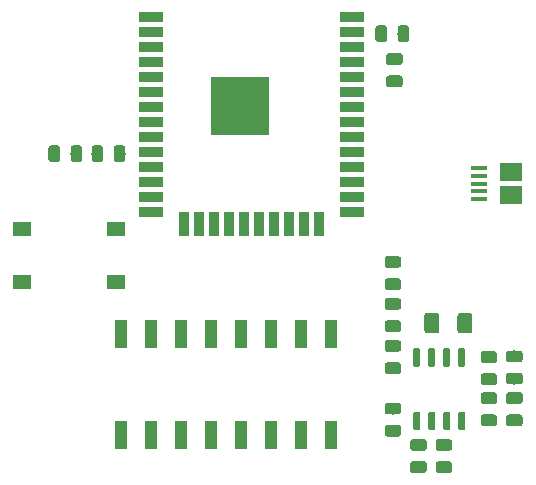
<source format=gtp>
G04 #@! TF.GenerationSoftware,KiCad,Pcbnew,5.0.2-bee76a0~70~ubuntu18.04.1*
G04 #@! TF.CreationDate,2019-03-24T18:51:09+10:00*
G04 #@! TF.ProjectId,esp32_rs232_adapter,65737033-325f-4727-9332-33325f616461,rev?*
G04 #@! TF.SameCoordinates,Original*
G04 #@! TF.FileFunction,Paste,Top*
G04 #@! TF.FilePolarity,Positive*
%FSLAX46Y46*%
G04 Gerber Fmt 4.6, Leading zero omitted, Abs format (unit mm)*
G04 Created by KiCad (PCBNEW 5.0.2-bee76a0~70~ubuntu18.04.1) date Sun 24 Mar 2019 18:51:09 AEST*
%MOMM*%
%LPD*%
G01*
G04 APERTURE LIST*
%ADD10C,0.100000*%
%ADD11C,1.250000*%
%ADD12C,0.975000*%
%ADD13R,1.900000X1.500000*%
%ADD14R,1.350000X0.400000*%
%ADD15R,1.550000X1.300000*%
%ADD16R,5.000000X5.000000*%
%ADD17R,2.000000X0.900000*%
%ADD18R,0.900000X2.000000*%
%ADD19C,0.600000*%
%ADD20R,1.120000X2.440000*%
G04 APERTURE END LIST*
D10*
G04 #@! TO.C,F1*
G36*
X170573504Y-112029204D02*
X170597773Y-112032804D01*
X170621571Y-112038765D01*
X170644671Y-112047030D01*
X170666849Y-112057520D01*
X170687893Y-112070133D01*
X170707598Y-112084747D01*
X170725777Y-112101223D01*
X170742253Y-112119402D01*
X170756867Y-112139107D01*
X170769480Y-112160151D01*
X170779970Y-112182329D01*
X170788235Y-112205429D01*
X170794196Y-112229227D01*
X170797796Y-112253496D01*
X170799000Y-112278000D01*
X170799000Y-113528000D01*
X170797796Y-113552504D01*
X170794196Y-113576773D01*
X170788235Y-113600571D01*
X170779970Y-113623671D01*
X170769480Y-113645849D01*
X170756867Y-113666893D01*
X170742253Y-113686598D01*
X170725777Y-113704777D01*
X170707598Y-113721253D01*
X170687893Y-113735867D01*
X170666849Y-113748480D01*
X170644671Y-113758970D01*
X170621571Y-113767235D01*
X170597773Y-113773196D01*
X170573504Y-113776796D01*
X170549000Y-113778000D01*
X169799000Y-113778000D01*
X169774496Y-113776796D01*
X169750227Y-113773196D01*
X169726429Y-113767235D01*
X169703329Y-113758970D01*
X169681151Y-113748480D01*
X169660107Y-113735867D01*
X169640402Y-113721253D01*
X169622223Y-113704777D01*
X169605747Y-113686598D01*
X169591133Y-113666893D01*
X169578520Y-113645849D01*
X169568030Y-113623671D01*
X169559765Y-113600571D01*
X169553804Y-113576773D01*
X169550204Y-113552504D01*
X169549000Y-113528000D01*
X169549000Y-112278000D01*
X169550204Y-112253496D01*
X169553804Y-112229227D01*
X169559765Y-112205429D01*
X169568030Y-112182329D01*
X169578520Y-112160151D01*
X169591133Y-112139107D01*
X169605747Y-112119402D01*
X169622223Y-112101223D01*
X169640402Y-112084747D01*
X169660107Y-112070133D01*
X169681151Y-112057520D01*
X169703329Y-112047030D01*
X169726429Y-112038765D01*
X169750227Y-112032804D01*
X169774496Y-112029204D01*
X169799000Y-112028000D01*
X170549000Y-112028000D01*
X170573504Y-112029204D01*
X170573504Y-112029204D01*
G37*
D11*
X170174000Y-112903000D03*
D10*
G36*
X173373504Y-112029204D02*
X173397773Y-112032804D01*
X173421571Y-112038765D01*
X173444671Y-112047030D01*
X173466849Y-112057520D01*
X173487893Y-112070133D01*
X173507598Y-112084747D01*
X173525777Y-112101223D01*
X173542253Y-112119402D01*
X173556867Y-112139107D01*
X173569480Y-112160151D01*
X173579970Y-112182329D01*
X173588235Y-112205429D01*
X173594196Y-112229227D01*
X173597796Y-112253496D01*
X173599000Y-112278000D01*
X173599000Y-113528000D01*
X173597796Y-113552504D01*
X173594196Y-113576773D01*
X173588235Y-113600571D01*
X173579970Y-113623671D01*
X173569480Y-113645849D01*
X173556867Y-113666893D01*
X173542253Y-113686598D01*
X173525777Y-113704777D01*
X173507598Y-113721253D01*
X173487893Y-113735867D01*
X173466849Y-113748480D01*
X173444671Y-113758970D01*
X173421571Y-113767235D01*
X173397773Y-113773196D01*
X173373504Y-113776796D01*
X173349000Y-113778000D01*
X172599000Y-113778000D01*
X172574496Y-113776796D01*
X172550227Y-113773196D01*
X172526429Y-113767235D01*
X172503329Y-113758970D01*
X172481151Y-113748480D01*
X172460107Y-113735867D01*
X172440402Y-113721253D01*
X172422223Y-113704777D01*
X172405747Y-113686598D01*
X172391133Y-113666893D01*
X172378520Y-113645849D01*
X172368030Y-113623671D01*
X172359765Y-113600571D01*
X172353804Y-113576773D01*
X172350204Y-113552504D01*
X172349000Y-113528000D01*
X172349000Y-112278000D01*
X172350204Y-112253496D01*
X172353804Y-112229227D01*
X172359765Y-112205429D01*
X172368030Y-112182329D01*
X172378520Y-112160151D01*
X172391133Y-112139107D01*
X172405747Y-112119402D01*
X172422223Y-112101223D01*
X172440402Y-112084747D01*
X172460107Y-112070133D01*
X172481151Y-112057520D01*
X172503329Y-112047030D01*
X172526429Y-112038765D01*
X172550227Y-112032804D01*
X172574496Y-112029204D01*
X172599000Y-112028000D01*
X173349000Y-112028000D01*
X173373504Y-112029204D01*
X173373504Y-112029204D01*
G37*
D11*
X172974000Y-112903000D03*
G04 #@! TD*
D10*
G04 #@! TO.C,C7*
G36*
X169517142Y-124608674D02*
X169540803Y-124612184D01*
X169564007Y-124617996D01*
X169586529Y-124626054D01*
X169608153Y-124636282D01*
X169628670Y-124648579D01*
X169647883Y-124662829D01*
X169665607Y-124678893D01*
X169681671Y-124696617D01*
X169695921Y-124715830D01*
X169708218Y-124736347D01*
X169718446Y-124757971D01*
X169726504Y-124780493D01*
X169732316Y-124803697D01*
X169735826Y-124827358D01*
X169737000Y-124851250D01*
X169737000Y-125338750D01*
X169735826Y-125362642D01*
X169732316Y-125386303D01*
X169726504Y-125409507D01*
X169718446Y-125432029D01*
X169708218Y-125453653D01*
X169695921Y-125474170D01*
X169681671Y-125493383D01*
X169665607Y-125511107D01*
X169647883Y-125527171D01*
X169628670Y-125541421D01*
X169608153Y-125553718D01*
X169586529Y-125563946D01*
X169564007Y-125572004D01*
X169540803Y-125577816D01*
X169517142Y-125581326D01*
X169493250Y-125582500D01*
X168580750Y-125582500D01*
X168556858Y-125581326D01*
X168533197Y-125577816D01*
X168509993Y-125572004D01*
X168487471Y-125563946D01*
X168465847Y-125553718D01*
X168445330Y-125541421D01*
X168426117Y-125527171D01*
X168408393Y-125511107D01*
X168392329Y-125493383D01*
X168378079Y-125474170D01*
X168365782Y-125453653D01*
X168355554Y-125432029D01*
X168347496Y-125409507D01*
X168341684Y-125386303D01*
X168338174Y-125362642D01*
X168337000Y-125338750D01*
X168337000Y-124851250D01*
X168338174Y-124827358D01*
X168341684Y-124803697D01*
X168347496Y-124780493D01*
X168355554Y-124757971D01*
X168365782Y-124736347D01*
X168378079Y-124715830D01*
X168392329Y-124696617D01*
X168408393Y-124678893D01*
X168426117Y-124662829D01*
X168445330Y-124648579D01*
X168465847Y-124636282D01*
X168487471Y-124626054D01*
X168509993Y-124617996D01*
X168533197Y-124612184D01*
X168556858Y-124608674D01*
X168580750Y-124607500D01*
X169493250Y-124607500D01*
X169517142Y-124608674D01*
X169517142Y-124608674D01*
G37*
D12*
X169037000Y-125095000D03*
D10*
G36*
X169517142Y-122733674D02*
X169540803Y-122737184D01*
X169564007Y-122742996D01*
X169586529Y-122751054D01*
X169608153Y-122761282D01*
X169628670Y-122773579D01*
X169647883Y-122787829D01*
X169665607Y-122803893D01*
X169681671Y-122821617D01*
X169695921Y-122840830D01*
X169708218Y-122861347D01*
X169718446Y-122882971D01*
X169726504Y-122905493D01*
X169732316Y-122928697D01*
X169735826Y-122952358D01*
X169737000Y-122976250D01*
X169737000Y-123463750D01*
X169735826Y-123487642D01*
X169732316Y-123511303D01*
X169726504Y-123534507D01*
X169718446Y-123557029D01*
X169708218Y-123578653D01*
X169695921Y-123599170D01*
X169681671Y-123618383D01*
X169665607Y-123636107D01*
X169647883Y-123652171D01*
X169628670Y-123666421D01*
X169608153Y-123678718D01*
X169586529Y-123688946D01*
X169564007Y-123697004D01*
X169540803Y-123702816D01*
X169517142Y-123706326D01*
X169493250Y-123707500D01*
X168580750Y-123707500D01*
X168556858Y-123706326D01*
X168533197Y-123702816D01*
X168509993Y-123697004D01*
X168487471Y-123688946D01*
X168465847Y-123678718D01*
X168445330Y-123666421D01*
X168426117Y-123652171D01*
X168408393Y-123636107D01*
X168392329Y-123618383D01*
X168378079Y-123599170D01*
X168365782Y-123578653D01*
X168355554Y-123557029D01*
X168347496Y-123534507D01*
X168341684Y-123511303D01*
X168338174Y-123487642D01*
X168337000Y-123463750D01*
X168337000Y-122976250D01*
X168338174Y-122952358D01*
X168341684Y-122928697D01*
X168347496Y-122905493D01*
X168355554Y-122882971D01*
X168365782Y-122861347D01*
X168378079Y-122840830D01*
X168392329Y-122821617D01*
X168408393Y-122803893D01*
X168426117Y-122787829D01*
X168445330Y-122773579D01*
X168465847Y-122761282D01*
X168487471Y-122751054D01*
X168509993Y-122742996D01*
X168533197Y-122737184D01*
X168556858Y-122733674D01*
X168580750Y-122732500D01*
X169493250Y-122732500D01*
X169517142Y-122733674D01*
X169517142Y-122733674D01*
G37*
D12*
X169037000Y-123220000D03*
G04 #@! TD*
D10*
G04 #@! TO.C,C8*
G36*
X167358142Y-114351674D02*
X167381803Y-114355184D01*
X167405007Y-114360996D01*
X167427529Y-114369054D01*
X167449153Y-114379282D01*
X167469670Y-114391579D01*
X167488883Y-114405829D01*
X167506607Y-114421893D01*
X167522671Y-114439617D01*
X167536921Y-114458830D01*
X167549218Y-114479347D01*
X167559446Y-114500971D01*
X167567504Y-114523493D01*
X167573316Y-114546697D01*
X167576826Y-114570358D01*
X167578000Y-114594250D01*
X167578000Y-115081750D01*
X167576826Y-115105642D01*
X167573316Y-115129303D01*
X167567504Y-115152507D01*
X167559446Y-115175029D01*
X167549218Y-115196653D01*
X167536921Y-115217170D01*
X167522671Y-115236383D01*
X167506607Y-115254107D01*
X167488883Y-115270171D01*
X167469670Y-115284421D01*
X167449153Y-115296718D01*
X167427529Y-115306946D01*
X167405007Y-115315004D01*
X167381803Y-115320816D01*
X167358142Y-115324326D01*
X167334250Y-115325500D01*
X166421750Y-115325500D01*
X166397858Y-115324326D01*
X166374197Y-115320816D01*
X166350993Y-115315004D01*
X166328471Y-115306946D01*
X166306847Y-115296718D01*
X166286330Y-115284421D01*
X166267117Y-115270171D01*
X166249393Y-115254107D01*
X166233329Y-115236383D01*
X166219079Y-115217170D01*
X166206782Y-115196653D01*
X166196554Y-115175029D01*
X166188496Y-115152507D01*
X166182684Y-115129303D01*
X166179174Y-115105642D01*
X166178000Y-115081750D01*
X166178000Y-114594250D01*
X166179174Y-114570358D01*
X166182684Y-114546697D01*
X166188496Y-114523493D01*
X166196554Y-114500971D01*
X166206782Y-114479347D01*
X166219079Y-114458830D01*
X166233329Y-114439617D01*
X166249393Y-114421893D01*
X166267117Y-114405829D01*
X166286330Y-114391579D01*
X166306847Y-114379282D01*
X166328471Y-114369054D01*
X166350993Y-114360996D01*
X166374197Y-114355184D01*
X166397858Y-114351674D01*
X166421750Y-114350500D01*
X167334250Y-114350500D01*
X167358142Y-114351674D01*
X167358142Y-114351674D01*
G37*
D12*
X166878000Y-114838000D03*
D10*
G36*
X167358142Y-116226674D02*
X167381803Y-116230184D01*
X167405007Y-116235996D01*
X167427529Y-116244054D01*
X167449153Y-116254282D01*
X167469670Y-116266579D01*
X167488883Y-116280829D01*
X167506607Y-116296893D01*
X167522671Y-116314617D01*
X167536921Y-116333830D01*
X167549218Y-116354347D01*
X167559446Y-116375971D01*
X167567504Y-116398493D01*
X167573316Y-116421697D01*
X167576826Y-116445358D01*
X167578000Y-116469250D01*
X167578000Y-116956750D01*
X167576826Y-116980642D01*
X167573316Y-117004303D01*
X167567504Y-117027507D01*
X167559446Y-117050029D01*
X167549218Y-117071653D01*
X167536921Y-117092170D01*
X167522671Y-117111383D01*
X167506607Y-117129107D01*
X167488883Y-117145171D01*
X167469670Y-117159421D01*
X167449153Y-117171718D01*
X167427529Y-117181946D01*
X167405007Y-117190004D01*
X167381803Y-117195816D01*
X167358142Y-117199326D01*
X167334250Y-117200500D01*
X166421750Y-117200500D01*
X166397858Y-117199326D01*
X166374197Y-117195816D01*
X166350993Y-117190004D01*
X166328471Y-117181946D01*
X166306847Y-117171718D01*
X166286330Y-117159421D01*
X166267117Y-117145171D01*
X166249393Y-117129107D01*
X166233329Y-117111383D01*
X166219079Y-117092170D01*
X166206782Y-117071653D01*
X166196554Y-117050029D01*
X166188496Y-117027507D01*
X166182684Y-117004303D01*
X166179174Y-116980642D01*
X166178000Y-116956750D01*
X166178000Y-116469250D01*
X166179174Y-116445358D01*
X166182684Y-116421697D01*
X166188496Y-116398493D01*
X166196554Y-116375971D01*
X166206782Y-116354347D01*
X166219079Y-116333830D01*
X166233329Y-116314617D01*
X166249393Y-116296893D01*
X166267117Y-116280829D01*
X166286330Y-116266579D01*
X166306847Y-116254282D01*
X166328471Y-116244054D01*
X166350993Y-116235996D01*
X166374197Y-116230184D01*
X166397858Y-116226674D01*
X166421750Y-116225500D01*
X167334250Y-116225500D01*
X167358142Y-116226674D01*
X167358142Y-116226674D01*
G37*
D12*
X166878000Y-116713000D03*
G04 #@! TD*
D10*
G04 #@! TO.C,D3*
G36*
X138473642Y-97853174D02*
X138497303Y-97856684D01*
X138520507Y-97862496D01*
X138543029Y-97870554D01*
X138564653Y-97880782D01*
X138585170Y-97893079D01*
X138604383Y-97907329D01*
X138622107Y-97923393D01*
X138638171Y-97941117D01*
X138652421Y-97960330D01*
X138664718Y-97980847D01*
X138674946Y-98002471D01*
X138683004Y-98024993D01*
X138688816Y-98048197D01*
X138692326Y-98071858D01*
X138693500Y-98095750D01*
X138693500Y-99008250D01*
X138692326Y-99032142D01*
X138688816Y-99055803D01*
X138683004Y-99079007D01*
X138674946Y-99101529D01*
X138664718Y-99123153D01*
X138652421Y-99143670D01*
X138638171Y-99162883D01*
X138622107Y-99180607D01*
X138604383Y-99196671D01*
X138585170Y-99210921D01*
X138564653Y-99223218D01*
X138543029Y-99233446D01*
X138520507Y-99241504D01*
X138497303Y-99247316D01*
X138473642Y-99250826D01*
X138449750Y-99252000D01*
X137962250Y-99252000D01*
X137938358Y-99250826D01*
X137914697Y-99247316D01*
X137891493Y-99241504D01*
X137868971Y-99233446D01*
X137847347Y-99223218D01*
X137826830Y-99210921D01*
X137807617Y-99196671D01*
X137789893Y-99180607D01*
X137773829Y-99162883D01*
X137759579Y-99143670D01*
X137747282Y-99123153D01*
X137737054Y-99101529D01*
X137728996Y-99079007D01*
X137723184Y-99055803D01*
X137719674Y-99032142D01*
X137718500Y-99008250D01*
X137718500Y-98095750D01*
X137719674Y-98071858D01*
X137723184Y-98048197D01*
X137728996Y-98024993D01*
X137737054Y-98002471D01*
X137747282Y-97980847D01*
X137759579Y-97960330D01*
X137773829Y-97941117D01*
X137789893Y-97923393D01*
X137807617Y-97907329D01*
X137826830Y-97893079D01*
X137847347Y-97880782D01*
X137868971Y-97870554D01*
X137891493Y-97862496D01*
X137914697Y-97856684D01*
X137938358Y-97853174D01*
X137962250Y-97852000D01*
X138449750Y-97852000D01*
X138473642Y-97853174D01*
X138473642Y-97853174D01*
G37*
D12*
X138206000Y-98552000D03*
D10*
G36*
X140348642Y-97853174D02*
X140372303Y-97856684D01*
X140395507Y-97862496D01*
X140418029Y-97870554D01*
X140439653Y-97880782D01*
X140460170Y-97893079D01*
X140479383Y-97907329D01*
X140497107Y-97923393D01*
X140513171Y-97941117D01*
X140527421Y-97960330D01*
X140539718Y-97980847D01*
X140549946Y-98002471D01*
X140558004Y-98024993D01*
X140563816Y-98048197D01*
X140567326Y-98071858D01*
X140568500Y-98095750D01*
X140568500Y-99008250D01*
X140567326Y-99032142D01*
X140563816Y-99055803D01*
X140558004Y-99079007D01*
X140549946Y-99101529D01*
X140539718Y-99123153D01*
X140527421Y-99143670D01*
X140513171Y-99162883D01*
X140497107Y-99180607D01*
X140479383Y-99196671D01*
X140460170Y-99210921D01*
X140439653Y-99223218D01*
X140418029Y-99233446D01*
X140395507Y-99241504D01*
X140372303Y-99247316D01*
X140348642Y-99250826D01*
X140324750Y-99252000D01*
X139837250Y-99252000D01*
X139813358Y-99250826D01*
X139789697Y-99247316D01*
X139766493Y-99241504D01*
X139743971Y-99233446D01*
X139722347Y-99223218D01*
X139701830Y-99210921D01*
X139682617Y-99196671D01*
X139664893Y-99180607D01*
X139648829Y-99162883D01*
X139634579Y-99143670D01*
X139622282Y-99123153D01*
X139612054Y-99101529D01*
X139603996Y-99079007D01*
X139598184Y-99055803D01*
X139594674Y-99032142D01*
X139593500Y-99008250D01*
X139593500Y-98095750D01*
X139594674Y-98071858D01*
X139598184Y-98048197D01*
X139603996Y-98024993D01*
X139612054Y-98002471D01*
X139622282Y-97980847D01*
X139634579Y-97960330D01*
X139648829Y-97941117D01*
X139664893Y-97923393D01*
X139682617Y-97907329D01*
X139701830Y-97893079D01*
X139722347Y-97880782D01*
X139743971Y-97870554D01*
X139766493Y-97862496D01*
X139789697Y-97856684D01*
X139813358Y-97853174D01*
X139837250Y-97852000D01*
X140324750Y-97852000D01*
X140348642Y-97853174D01*
X140348642Y-97853174D01*
G37*
D12*
X140081000Y-98552000D03*
G04 #@! TD*
D10*
G04 #@! TO.C,D4*
G36*
X167485142Y-90064674D02*
X167508803Y-90068184D01*
X167532007Y-90073996D01*
X167554529Y-90082054D01*
X167576153Y-90092282D01*
X167596670Y-90104579D01*
X167615883Y-90118829D01*
X167633607Y-90134893D01*
X167649671Y-90152617D01*
X167663921Y-90171830D01*
X167676218Y-90192347D01*
X167686446Y-90213971D01*
X167694504Y-90236493D01*
X167700316Y-90259697D01*
X167703826Y-90283358D01*
X167705000Y-90307250D01*
X167705000Y-90794750D01*
X167703826Y-90818642D01*
X167700316Y-90842303D01*
X167694504Y-90865507D01*
X167686446Y-90888029D01*
X167676218Y-90909653D01*
X167663921Y-90930170D01*
X167649671Y-90949383D01*
X167633607Y-90967107D01*
X167615883Y-90983171D01*
X167596670Y-90997421D01*
X167576153Y-91009718D01*
X167554529Y-91019946D01*
X167532007Y-91028004D01*
X167508803Y-91033816D01*
X167485142Y-91037326D01*
X167461250Y-91038500D01*
X166548750Y-91038500D01*
X166524858Y-91037326D01*
X166501197Y-91033816D01*
X166477993Y-91028004D01*
X166455471Y-91019946D01*
X166433847Y-91009718D01*
X166413330Y-90997421D01*
X166394117Y-90983171D01*
X166376393Y-90967107D01*
X166360329Y-90949383D01*
X166346079Y-90930170D01*
X166333782Y-90909653D01*
X166323554Y-90888029D01*
X166315496Y-90865507D01*
X166309684Y-90842303D01*
X166306174Y-90818642D01*
X166305000Y-90794750D01*
X166305000Y-90307250D01*
X166306174Y-90283358D01*
X166309684Y-90259697D01*
X166315496Y-90236493D01*
X166323554Y-90213971D01*
X166333782Y-90192347D01*
X166346079Y-90171830D01*
X166360329Y-90152617D01*
X166376393Y-90134893D01*
X166394117Y-90118829D01*
X166413330Y-90104579D01*
X166433847Y-90092282D01*
X166455471Y-90082054D01*
X166477993Y-90073996D01*
X166501197Y-90068184D01*
X166524858Y-90064674D01*
X166548750Y-90063500D01*
X167461250Y-90063500D01*
X167485142Y-90064674D01*
X167485142Y-90064674D01*
G37*
D12*
X167005000Y-90551000D03*
D10*
G36*
X167485142Y-91939674D02*
X167508803Y-91943184D01*
X167532007Y-91948996D01*
X167554529Y-91957054D01*
X167576153Y-91967282D01*
X167596670Y-91979579D01*
X167615883Y-91993829D01*
X167633607Y-92009893D01*
X167649671Y-92027617D01*
X167663921Y-92046830D01*
X167676218Y-92067347D01*
X167686446Y-92088971D01*
X167694504Y-92111493D01*
X167700316Y-92134697D01*
X167703826Y-92158358D01*
X167705000Y-92182250D01*
X167705000Y-92669750D01*
X167703826Y-92693642D01*
X167700316Y-92717303D01*
X167694504Y-92740507D01*
X167686446Y-92763029D01*
X167676218Y-92784653D01*
X167663921Y-92805170D01*
X167649671Y-92824383D01*
X167633607Y-92842107D01*
X167615883Y-92858171D01*
X167596670Y-92872421D01*
X167576153Y-92884718D01*
X167554529Y-92894946D01*
X167532007Y-92903004D01*
X167508803Y-92908816D01*
X167485142Y-92912326D01*
X167461250Y-92913500D01*
X166548750Y-92913500D01*
X166524858Y-92912326D01*
X166501197Y-92908816D01*
X166477993Y-92903004D01*
X166455471Y-92894946D01*
X166433847Y-92884718D01*
X166413330Y-92872421D01*
X166394117Y-92858171D01*
X166376393Y-92842107D01*
X166360329Y-92824383D01*
X166346079Y-92805170D01*
X166333782Y-92784653D01*
X166323554Y-92763029D01*
X166315496Y-92740507D01*
X166309684Y-92717303D01*
X166306174Y-92693642D01*
X166305000Y-92669750D01*
X166305000Y-92182250D01*
X166306174Y-92158358D01*
X166309684Y-92134697D01*
X166315496Y-92111493D01*
X166323554Y-92088971D01*
X166333782Y-92067347D01*
X166346079Y-92046830D01*
X166360329Y-92027617D01*
X166376393Y-92009893D01*
X166394117Y-91993829D01*
X166413330Y-91979579D01*
X166433847Y-91967282D01*
X166455471Y-91957054D01*
X166477993Y-91948996D01*
X166501197Y-91943184D01*
X166524858Y-91939674D01*
X166548750Y-91938500D01*
X167461250Y-91938500D01*
X167485142Y-91939674D01*
X167485142Y-91939674D01*
G37*
D12*
X167005000Y-92426000D03*
G04 #@! TD*
D13*
G04 #@! TO.C,J4*
X176878500Y-100092000D03*
D14*
X174178500Y-101742000D03*
X174178500Y-102392000D03*
X174178500Y-99792000D03*
X174178500Y-100442000D03*
X174178500Y-101092000D03*
D13*
X176878500Y-102092000D03*
G04 #@! TD*
D10*
G04 #@! TO.C,R6*
G36*
X171676142Y-124608674D02*
X171699803Y-124612184D01*
X171723007Y-124617996D01*
X171745529Y-124626054D01*
X171767153Y-124636282D01*
X171787670Y-124648579D01*
X171806883Y-124662829D01*
X171824607Y-124678893D01*
X171840671Y-124696617D01*
X171854921Y-124715830D01*
X171867218Y-124736347D01*
X171877446Y-124757971D01*
X171885504Y-124780493D01*
X171891316Y-124803697D01*
X171894826Y-124827358D01*
X171896000Y-124851250D01*
X171896000Y-125338750D01*
X171894826Y-125362642D01*
X171891316Y-125386303D01*
X171885504Y-125409507D01*
X171877446Y-125432029D01*
X171867218Y-125453653D01*
X171854921Y-125474170D01*
X171840671Y-125493383D01*
X171824607Y-125511107D01*
X171806883Y-125527171D01*
X171787670Y-125541421D01*
X171767153Y-125553718D01*
X171745529Y-125563946D01*
X171723007Y-125572004D01*
X171699803Y-125577816D01*
X171676142Y-125581326D01*
X171652250Y-125582500D01*
X170739750Y-125582500D01*
X170715858Y-125581326D01*
X170692197Y-125577816D01*
X170668993Y-125572004D01*
X170646471Y-125563946D01*
X170624847Y-125553718D01*
X170604330Y-125541421D01*
X170585117Y-125527171D01*
X170567393Y-125511107D01*
X170551329Y-125493383D01*
X170537079Y-125474170D01*
X170524782Y-125453653D01*
X170514554Y-125432029D01*
X170506496Y-125409507D01*
X170500684Y-125386303D01*
X170497174Y-125362642D01*
X170496000Y-125338750D01*
X170496000Y-124851250D01*
X170497174Y-124827358D01*
X170500684Y-124803697D01*
X170506496Y-124780493D01*
X170514554Y-124757971D01*
X170524782Y-124736347D01*
X170537079Y-124715830D01*
X170551329Y-124696617D01*
X170567393Y-124678893D01*
X170585117Y-124662829D01*
X170604330Y-124648579D01*
X170624847Y-124636282D01*
X170646471Y-124626054D01*
X170668993Y-124617996D01*
X170692197Y-124612184D01*
X170715858Y-124608674D01*
X170739750Y-124607500D01*
X171652250Y-124607500D01*
X171676142Y-124608674D01*
X171676142Y-124608674D01*
G37*
D12*
X171196000Y-125095000D03*
D10*
G36*
X171676142Y-122733674D02*
X171699803Y-122737184D01*
X171723007Y-122742996D01*
X171745529Y-122751054D01*
X171767153Y-122761282D01*
X171787670Y-122773579D01*
X171806883Y-122787829D01*
X171824607Y-122803893D01*
X171840671Y-122821617D01*
X171854921Y-122840830D01*
X171867218Y-122861347D01*
X171877446Y-122882971D01*
X171885504Y-122905493D01*
X171891316Y-122928697D01*
X171894826Y-122952358D01*
X171896000Y-122976250D01*
X171896000Y-123463750D01*
X171894826Y-123487642D01*
X171891316Y-123511303D01*
X171885504Y-123534507D01*
X171877446Y-123557029D01*
X171867218Y-123578653D01*
X171854921Y-123599170D01*
X171840671Y-123618383D01*
X171824607Y-123636107D01*
X171806883Y-123652171D01*
X171787670Y-123666421D01*
X171767153Y-123678718D01*
X171745529Y-123688946D01*
X171723007Y-123697004D01*
X171699803Y-123702816D01*
X171676142Y-123706326D01*
X171652250Y-123707500D01*
X170739750Y-123707500D01*
X170715858Y-123706326D01*
X170692197Y-123702816D01*
X170668993Y-123697004D01*
X170646471Y-123688946D01*
X170624847Y-123678718D01*
X170604330Y-123666421D01*
X170585117Y-123652171D01*
X170567393Y-123636107D01*
X170551329Y-123618383D01*
X170537079Y-123599170D01*
X170524782Y-123578653D01*
X170514554Y-123557029D01*
X170506496Y-123534507D01*
X170500684Y-123511303D01*
X170497174Y-123487642D01*
X170496000Y-123463750D01*
X170496000Y-122976250D01*
X170497174Y-122952358D01*
X170500684Y-122928697D01*
X170506496Y-122905493D01*
X170514554Y-122882971D01*
X170524782Y-122861347D01*
X170537079Y-122840830D01*
X170551329Y-122821617D01*
X170567393Y-122803893D01*
X170585117Y-122787829D01*
X170604330Y-122773579D01*
X170624847Y-122761282D01*
X170646471Y-122751054D01*
X170668993Y-122742996D01*
X170692197Y-122737184D01*
X170715858Y-122733674D01*
X170739750Y-122732500D01*
X171652250Y-122732500D01*
X171676142Y-122733674D01*
X171676142Y-122733674D01*
G37*
D12*
X171196000Y-123220000D03*
G04 #@! TD*
D10*
G04 #@! TO.C,R7*
G36*
X175486142Y-118766674D02*
X175509803Y-118770184D01*
X175533007Y-118775996D01*
X175555529Y-118784054D01*
X175577153Y-118794282D01*
X175597670Y-118806579D01*
X175616883Y-118820829D01*
X175634607Y-118836893D01*
X175650671Y-118854617D01*
X175664921Y-118873830D01*
X175677218Y-118894347D01*
X175687446Y-118915971D01*
X175695504Y-118938493D01*
X175701316Y-118961697D01*
X175704826Y-118985358D01*
X175706000Y-119009250D01*
X175706000Y-119496750D01*
X175704826Y-119520642D01*
X175701316Y-119544303D01*
X175695504Y-119567507D01*
X175687446Y-119590029D01*
X175677218Y-119611653D01*
X175664921Y-119632170D01*
X175650671Y-119651383D01*
X175634607Y-119669107D01*
X175616883Y-119685171D01*
X175597670Y-119699421D01*
X175577153Y-119711718D01*
X175555529Y-119721946D01*
X175533007Y-119730004D01*
X175509803Y-119735816D01*
X175486142Y-119739326D01*
X175462250Y-119740500D01*
X174549750Y-119740500D01*
X174525858Y-119739326D01*
X174502197Y-119735816D01*
X174478993Y-119730004D01*
X174456471Y-119721946D01*
X174434847Y-119711718D01*
X174414330Y-119699421D01*
X174395117Y-119685171D01*
X174377393Y-119669107D01*
X174361329Y-119651383D01*
X174347079Y-119632170D01*
X174334782Y-119611653D01*
X174324554Y-119590029D01*
X174316496Y-119567507D01*
X174310684Y-119544303D01*
X174307174Y-119520642D01*
X174306000Y-119496750D01*
X174306000Y-119009250D01*
X174307174Y-118985358D01*
X174310684Y-118961697D01*
X174316496Y-118938493D01*
X174324554Y-118915971D01*
X174334782Y-118894347D01*
X174347079Y-118873830D01*
X174361329Y-118854617D01*
X174377393Y-118836893D01*
X174395117Y-118820829D01*
X174414330Y-118806579D01*
X174434847Y-118794282D01*
X174456471Y-118784054D01*
X174478993Y-118775996D01*
X174502197Y-118770184D01*
X174525858Y-118766674D01*
X174549750Y-118765500D01*
X175462250Y-118765500D01*
X175486142Y-118766674D01*
X175486142Y-118766674D01*
G37*
D12*
X175006000Y-119253000D03*
D10*
G36*
X175486142Y-120641674D02*
X175509803Y-120645184D01*
X175533007Y-120650996D01*
X175555529Y-120659054D01*
X175577153Y-120669282D01*
X175597670Y-120681579D01*
X175616883Y-120695829D01*
X175634607Y-120711893D01*
X175650671Y-120729617D01*
X175664921Y-120748830D01*
X175677218Y-120769347D01*
X175687446Y-120790971D01*
X175695504Y-120813493D01*
X175701316Y-120836697D01*
X175704826Y-120860358D01*
X175706000Y-120884250D01*
X175706000Y-121371750D01*
X175704826Y-121395642D01*
X175701316Y-121419303D01*
X175695504Y-121442507D01*
X175687446Y-121465029D01*
X175677218Y-121486653D01*
X175664921Y-121507170D01*
X175650671Y-121526383D01*
X175634607Y-121544107D01*
X175616883Y-121560171D01*
X175597670Y-121574421D01*
X175577153Y-121586718D01*
X175555529Y-121596946D01*
X175533007Y-121605004D01*
X175509803Y-121610816D01*
X175486142Y-121614326D01*
X175462250Y-121615500D01*
X174549750Y-121615500D01*
X174525858Y-121614326D01*
X174502197Y-121610816D01*
X174478993Y-121605004D01*
X174456471Y-121596946D01*
X174434847Y-121586718D01*
X174414330Y-121574421D01*
X174395117Y-121560171D01*
X174377393Y-121544107D01*
X174361329Y-121526383D01*
X174347079Y-121507170D01*
X174334782Y-121486653D01*
X174324554Y-121465029D01*
X174316496Y-121442507D01*
X174310684Y-121419303D01*
X174307174Y-121395642D01*
X174306000Y-121371750D01*
X174306000Y-120884250D01*
X174307174Y-120860358D01*
X174310684Y-120836697D01*
X174316496Y-120813493D01*
X174324554Y-120790971D01*
X174334782Y-120769347D01*
X174347079Y-120748830D01*
X174361329Y-120729617D01*
X174377393Y-120711893D01*
X174395117Y-120695829D01*
X174414330Y-120681579D01*
X174434847Y-120669282D01*
X174456471Y-120659054D01*
X174478993Y-120650996D01*
X174502197Y-120645184D01*
X174525858Y-120641674D01*
X174549750Y-120640500D01*
X175462250Y-120640500D01*
X175486142Y-120641674D01*
X175486142Y-120641674D01*
G37*
D12*
X175006000Y-121128000D03*
G04 #@! TD*
D10*
G04 #@! TO.C,R8*
G36*
X177645142Y-120641674D02*
X177668803Y-120645184D01*
X177692007Y-120650996D01*
X177714529Y-120659054D01*
X177736153Y-120669282D01*
X177756670Y-120681579D01*
X177775883Y-120695829D01*
X177793607Y-120711893D01*
X177809671Y-120729617D01*
X177823921Y-120748830D01*
X177836218Y-120769347D01*
X177846446Y-120790971D01*
X177854504Y-120813493D01*
X177860316Y-120836697D01*
X177863826Y-120860358D01*
X177865000Y-120884250D01*
X177865000Y-121371750D01*
X177863826Y-121395642D01*
X177860316Y-121419303D01*
X177854504Y-121442507D01*
X177846446Y-121465029D01*
X177836218Y-121486653D01*
X177823921Y-121507170D01*
X177809671Y-121526383D01*
X177793607Y-121544107D01*
X177775883Y-121560171D01*
X177756670Y-121574421D01*
X177736153Y-121586718D01*
X177714529Y-121596946D01*
X177692007Y-121605004D01*
X177668803Y-121610816D01*
X177645142Y-121614326D01*
X177621250Y-121615500D01*
X176708750Y-121615500D01*
X176684858Y-121614326D01*
X176661197Y-121610816D01*
X176637993Y-121605004D01*
X176615471Y-121596946D01*
X176593847Y-121586718D01*
X176573330Y-121574421D01*
X176554117Y-121560171D01*
X176536393Y-121544107D01*
X176520329Y-121526383D01*
X176506079Y-121507170D01*
X176493782Y-121486653D01*
X176483554Y-121465029D01*
X176475496Y-121442507D01*
X176469684Y-121419303D01*
X176466174Y-121395642D01*
X176465000Y-121371750D01*
X176465000Y-120884250D01*
X176466174Y-120860358D01*
X176469684Y-120836697D01*
X176475496Y-120813493D01*
X176483554Y-120790971D01*
X176493782Y-120769347D01*
X176506079Y-120748830D01*
X176520329Y-120729617D01*
X176536393Y-120711893D01*
X176554117Y-120695829D01*
X176573330Y-120681579D01*
X176593847Y-120669282D01*
X176615471Y-120659054D01*
X176637993Y-120650996D01*
X176661197Y-120645184D01*
X176684858Y-120641674D01*
X176708750Y-120640500D01*
X177621250Y-120640500D01*
X177645142Y-120641674D01*
X177645142Y-120641674D01*
G37*
D12*
X177165000Y-121128000D03*
D10*
G36*
X177645142Y-118766674D02*
X177668803Y-118770184D01*
X177692007Y-118775996D01*
X177714529Y-118784054D01*
X177736153Y-118794282D01*
X177756670Y-118806579D01*
X177775883Y-118820829D01*
X177793607Y-118836893D01*
X177809671Y-118854617D01*
X177823921Y-118873830D01*
X177836218Y-118894347D01*
X177846446Y-118915971D01*
X177854504Y-118938493D01*
X177860316Y-118961697D01*
X177863826Y-118985358D01*
X177865000Y-119009250D01*
X177865000Y-119496750D01*
X177863826Y-119520642D01*
X177860316Y-119544303D01*
X177854504Y-119567507D01*
X177846446Y-119590029D01*
X177836218Y-119611653D01*
X177823921Y-119632170D01*
X177809671Y-119651383D01*
X177793607Y-119669107D01*
X177775883Y-119685171D01*
X177756670Y-119699421D01*
X177736153Y-119711718D01*
X177714529Y-119721946D01*
X177692007Y-119730004D01*
X177668803Y-119735816D01*
X177645142Y-119739326D01*
X177621250Y-119740500D01*
X176708750Y-119740500D01*
X176684858Y-119739326D01*
X176661197Y-119735816D01*
X176637993Y-119730004D01*
X176615471Y-119721946D01*
X176593847Y-119711718D01*
X176573330Y-119699421D01*
X176554117Y-119685171D01*
X176536393Y-119669107D01*
X176520329Y-119651383D01*
X176506079Y-119632170D01*
X176493782Y-119611653D01*
X176483554Y-119590029D01*
X176475496Y-119567507D01*
X176469684Y-119544303D01*
X176466174Y-119520642D01*
X176465000Y-119496750D01*
X176465000Y-119009250D01*
X176466174Y-118985358D01*
X176469684Y-118961697D01*
X176475496Y-118938493D01*
X176483554Y-118915971D01*
X176493782Y-118894347D01*
X176506079Y-118873830D01*
X176520329Y-118854617D01*
X176536393Y-118836893D01*
X176554117Y-118820829D01*
X176573330Y-118806579D01*
X176593847Y-118794282D01*
X176615471Y-118784054D01*
X176637993Y-118775996D01*
X176661197Y-118770184D01*
X176684858Y-118766674D01*
X176708750Y-118765500D01*
X177621250Y-118765500D01*
X177645142Y-118766674D01*
X177645142Y-118766674D01*
G37*
D12*
X177165000Y-119253000D03*
G04 #@! TD*
D10*
G04 #@! TO.C,R9*
G36*
X167358142Y-119655674D02*
X167381803Y-119659184D01*
X167405007Y-119664996D01*
X167427529Y-119673054D01*
X167449153Y-119683282D01*
X167469670Y-119695579D01*
X167488883Y-119709829D01*
X167506607Y-119725893D01*
X167522671Y-119743617D01*
X167536921Y-119762830D01*
X167549218Y-119783347D01*
X167559446Y-119804971D01*
X167567504Y-119827493D01*
X167573316Y-119850697D01*
X167576826Y-119874358D01*
X167578000Y-119898250D01*
X167578000Y-120385750D01*
X167576826Y-120409642D01*
X167573316Y-120433303D01*
X167567504Y-120456507D01*
X167559446Y-120479029D01*
X167549218Y-120500653D01*
X167536921Y-120521170D01*
X167522671Y-120540383D01*
X167506607Y-120558107D01*
X167488883Y-120574171D01*
X167469670Y-120588421D01*
X167449153Y-120600718D01*
X167427529Y-120610946D01*
X167405007Y-120619004D01*
X167381803Y-120624816D01*
X167358142Y-120628326D01*
X167334250Y-120629500D01*
X166421750Y-120629500D01*
X166397858Y-120628326D01*
X166374197Y-120624816D01*
X166350993Y-120619004D01*
X166328471Y-120610946D01*
X166306847Y-120600718D01*
X166286330Y-120588421D01*
X166267117Y-120574171D01*
X166249393Y-120558107D01*
X166233329Y-120540383D01*
X166219079Y-120521170D01*
X166206782Y-120500653D01*
X166196554Y-120479029D01*
X166188496Y-120456507D01*
X166182684Y-120433303D01*
X166179174Y-120409642D01*
X166178000Y-120385750D01*
X166178000Y-119898250D01*
X166179174Y-119874358D01*
X166182684Y-119850697D01*
X166188496Y-119827493D01*
X166196554Y-119804971D01*
X166206782Y-119783347D01*
X166219079Y-119762830D01*
X166233329Y-119743617D01*
X166249393Y-119725893D01*
X166267117Y-119709829D01*
X166286330Y-119695579D01*
X166306847Y-119683282D01*
X166328471Y-119673054D01*
X166350993Y-119664996D01*
X166374197Y-119659184D01*
X166397858Y-119655674D01*
X166421750Y-119654500D01*
X167334250Y-119654500D01*
X167358142Y-119655674D01*
X167358142Y-119655674D01*
G37*
D12*
X166878000Y-120142000D03*
D10*
G36*
X167358142Y-121530674D02*
X167381803Y-121534184D01*
X167405007Y-121539996D01*
X167427529Y-121548054D01*
X167449153Y-121558282D01*
X167469670Y-121570579D01*
X167488883Y-121584829D01*
X167506607Y-121600893D01*
X167522671Y-121618617D01*
X167536921Y-121637830D01*
X167549218Y-121658347D01*
X167559446Y-121679971D01*
X167567504Y-121702493D01*
X167573316Y-121725697D01*
X167576826Y-121749358D01*
X167578000Y-121773250D01*
X167578000Y-122260750D01*
X167576826Y-122284642D01*
X167573316Y-122308303D01*
X167567504Y-122331507D01*
X167559446Y-122354029D01*
X167549218Y-122375653D01*
X167536921Y-122396170D01*
X167522671Y-122415383D01*
X167506607Y-122433107D01*
X167488883Y-122449171D01*
X167469670Y-122463421D01*
X167449153Y-122475718D01*
X167427529Y-122485946D01*
X167405007Y-122494004D01*
X167381803Y-122499816D01*
X167358142Y-122503326D01*
X167334250Y-122504500D01*
X166421750Y-122504500D01*
X166397858Y-122503326D01*
X166374197Y-122499816D01*
X166350993Y-122494004D01*
X166328471Y-122485946D01*
X166306847Y-122475718D01*
X166286330Y-122463421D01*
X166267117Y-122449171D01*
X166249393Y-122433107D01*
X166233329Y-122415383D01*
X166219079Y-122396170D01*
X166206782Y-122375653D01*
X166196554Y-122354029D01*
X166188496Y-122331507D01*
X166182684Y-122308303D01*
X166179174Y-122284642D01*
X166178000Y-122260750D01*
X166178000Y-121773250D01*
X166179174Y-121749358D01*
X166182684Y-121725697D01*
X166188496Y-121702493D01*
X166196554Y-121679971D01*
X166206782Y-121658347D01*
X166219079Y-121637830D01*
X166233329Y-121618617D01*
X166249393Y-121600893D01*
X166267117Y-121584829D01*
X166286330Y-121570579D01*
X166306847Y-121558282D01*
X166328471Y-121548054D01*
X166350993Y-121539996D01*
X166374197Y-121534184D01*
X166397858Y-121530674D01*
X166421750Y-121529500D01*
X167334250Y-121529500D01*
X167358142Y-121530674D01*
X167358142Y-121530674D01*
G37*
D12*
X166878000Y-122017000D03*
G04 #@! TD*
D10*
G04 #@! TO.C,R10*
G36*
X167358142Y-110795674D02*
X167381803Y-110799184D01*
X167405007Y-110804996D01*
X167427529Y-110813054D01*
X167449153Y-110823282D01*
X167469670Y-110835579D01*
X167488883Y-110849829D01*
X167506607Y-110865893D01*
X167522671Y-110883617D01*
X167536921Y-110902830D01*
X167549218Y-110923347D01*
X167559446Y-110944971D01*
X167567504Y-110967493D01*
X167573316Y-110990697D01*
X167576826Y-111014358D01*
X167578000Y-111038250D01*
X167578000Y-111525750D01*
X167576826Y-111549642D01*
X167573316Y-111573303D01*
X167567504Y-111596507D01*
X167559446Y-111619029D01*
X167549218Y-111640653D01*
X167536921Y-111661170D01*
X167522671Y-111680383D01*
X167506607Y-111698107D01*
X167488883Y-111714171D01*
X167469670Y-111728421D01*
X167449153Y-111740718D01*
X167427529Y-111750946D01*
X167405007Y-111759004D01*
X167381803Y-111764816D01*
X167358142Y-111768326D01*
X167334250Y-111769500D01*
X166421750Y-111769500D01*
X166397858Y-111768326D01*
X166374197Y-111764816D01*
X166350993Y-111759004D01*
X166328471Y-111750946D01*
X166306847Y-111740718D01*
X166286330Y-111728421D01*
X166267117Y-111714171D01*
X166249393Y-111698107D01*
X166233329Y-111680383D01*
X166219079Y-111661170D01*
X166206782Y-111640653D01*
X166196554Y-111619029D01*
X166188496Y-111596507D01*
X166182684Y-111573303D01*
X166179174Y-111549642D01*
X166178000Y-111525750D01*
X166178000Y-111038250D01*
X166179174Y-111014358D01*
X166182684Y-110990697D01*
X166188496Y-110967493D01*
X166196554Y-110944971D01*
X166206782Y-110923347D01*
X166219079Y-110902830D01*
X166233329Y-110883617D01*
X166249393Y-110865893D01*
X166267117Y-110849829D01*
X166286330Y-110835579D01*
X166306847Y-110823282D01*
X166328471Y-110813054D01*
X166350993Y-110804996D01*
X166374197Y-110799184D01*
X166397858Y-110795674D01*
X166421750Y-110794500D01*
X167334250Y-110794500D01*
X167358142Y-110795674D01*
X167358142Y-110795674D01*
G37*
D12*
X166878000Y-111282000D03*
D10*
G36*
X167358142Y-112670674D02*
X167381803Y-112674184D01*
X167405007Y-112679996D01*
X167427529Y-112688054D01*
X167449153Y-112698282D01*
X167469670Y-112710579D01*
X167488883Y-112724829D01*
X167506607Y-112740893D01*
X167522671Y-112758617D01*
X167536921Y-112777830D01*
X167549218Y-112798347D01*
X167559446Y-112819971D01*
X167567504Y-112842493D01*
X167573316Y-112865697D01*
X167576826Y-112889358D01*
X167578000Y-112913250D01*
X167578000Y-113400750D01*
X167576826Y-113424642D01*
X167573316Y-113448303D01*
X167567504Y-113471507D01*
X167559446Y-113494029D01*
X167549218Y-113515653D01*
X167536921Y-113536170D01*
X167522671Y-113555383D01*
X167506607Y-113573107D01*
X167488883Y-113589171D01*
X167469670Y-113603421D01*
X167449153Y-113615718D01*
X167427529Y-113625946D01*
X167405007Y-113634004D01*
X167381803Y-113639816D01*
X167358142Y-113643326D01*
X167334250Y-113644500D01*
X166421750Y-113644500D01*
X166397858Y-113643326D01*
X166374197Y-113639816D01*
X166350993Y-113634004D01*
X166328471Y-113625946D01*
X166306847Y-113615718D01*
X166286330Y-113603421D01*
X166267117Y-113589171D01*
X166249393Y-113573107D01*
X166233329Y-113555383D01*
X166219079Y-113536170D01*
X166206782Y-113515653D01*
X166196554Y-113494029D01*
X166188496Y-113471507D01*
X166182684Y-113448303D01*
X166179174Y-113424642D01*
X166178000Y-113400750D01*
X166178000Y-112913250D01*
X166179174Y-112889358D01*
X166182684Y-112865697D01*
X166188496Y-112842493D01*
X166196554Y-112819971D01*
X166206782Y-112798347D01*
X166219079Y-112777830D01*
X166233329Y-112758617D01*
X166249393Y-112740893D01*
X166267117Y-112724829D01*
X166286330Y-112710579D01*
X166306847Y-112698282D01*
X166328471Y-112688054D01*
X166350993Y-112679996D01*
X166374197Y-112674184D01*
X166397858Y-112670674D01*
X166421750Y-112669500D01*
X167334250Y-112669500D01*
X167358142Y-112670674D01*
X167358142Y-112670674D01*
G37*
D12*
X166878000Y-113157000D03*
G04 #@! TD*
D10*
G04 #@! TO.C,R11*
G36*
X167358142Y-109114674D02*
X167381803Y-109118184D01*
X167405007Y-109123996D01*
X167427529Y-109132054D01*
X167449153Y-109142282D01*
X167469670Y-109154579D01*
X167488883Y-109168829D01*
X167506607Y-109184893D01*
X167522671Y-109202617D01*
X167536921Y-109221830D01*
X167549218Y-109242347D01*
X167559446Y-109263971D01*
X167567504Y-109286493D01*
X167573316Y-109309697D01*
X167576826Y-109333358D01*
X167578000Y-109357250D01*
X167578000Y-109844750D01*
X167576826Y-109868642D01*
X167573316Y-109892303D01*
X167567504Y-109915507D01*
X167559446Y-109938029D01*
X167549218Y-109959653D01*
X167536921Y-109980170D01*
X167522671Y-109999383D01*
X167506607Y-110017107D01*
X167488883Y-110033171D01*
X167469670Y-110047421D01*
X167449153Y-110059718D01*
X167427529Y-110069946D01*
X167405007Y-110078004D01*
X167381803Y-110083816D01*
X167358142Y-110087326D01*
X167334250Y-110088500D01*
X166421750Y-110088500D01*
X166397858Y-110087326D01*
X166374197Y-110083816D01*
X166350993Y-110078004D01*
X166328471Y-110069946D01*
X166306847Y-110059718D01*
X166286330Y-110047421D01*
X166267117Y-110033171D01*
X166249393Y-110017107D01*
X166233329Y-109999383D01*
X166219079Y-109980170D01*
X166206782Y-109959653D01*
X166196554Y-109938029D01*
X166188496Y-109915507D01*
X166182684Y-109892303D01*
X166179174Y-109868642D01*
X166178000Y-109844750D01*
X166178000Y-109357250D01*
X166179174Y-109333358D01*
X166182684Y-109309697D01*
X166188496Y-109286493D01*
X166196554Y-109263971D01*
X166206782Y-109242347D01*
X166219079Y-109221830D01*
X166233329Y-109202617D01*
X166249393Y-109184893D01*
X166267117Y-109168829D01*
X166286330Y-109154579D01*
X166306847Y-109142282D01*
X166328471Y-109132054D01*
X166350993Y-109123996D01*
X166374197Y-109118184D01*
X166397858Y-109114674D01*
X166421750Y-109113500D01*
X167334250Y-109113500D01*
X167358142Y-109114674D01*
X167358142Y-109114674D01*
G37*
D12*
X166878000Y-109601000D03*
D10*
G36*
X167358142Y-107239674D02*
X167381803Y-107243184D01*
X167405007Y-107248996D01*
X167427529Y-107257054D01*
X167449153Y-107267282D01*
X167469670Y-107279579D01*
X167488883Y-107293829D01*
X167506607Y-107309893D01*
X167522671Y-107327617D01*
X167536921Y-107346830D01*
X167549218Y-107367347D01*
X167559446Y-107388971D01*
X167567504Y-107411493D01*
X167573316Y-107434697D01*
X167576826Y-107458358D01*
X167578000Y-107482250D01*
X167578000Y-107969750D01*
X167576826Y-107993642D01*
X167573316Y-108017303D01*
X167567504Y-108040507D01*
X167559446Y-108063029D01*
X167549218Y-108084653D01*
X167536921Y-108105170D01*
X167522671Y-108124383D01*
X167506607Y-108142107D01*
X167488883Y-108158171D01*
X167469670Y-108172421D01*
X167449153Y-108184718D01*
X167427529Y-108194946D01*
X167405007Y-108203004D01*
X167381803Y-108208816D01*
X167358142Y-108212326D01*
X167334250Y-108213500D01*
X166421750Y-108213500D01*
X166397858Y-108212326D01*
X166374197Y-108208816D01*
X166350993Y-108203004D01*
X166328471Y-108194946D01*
X166306847Y-108184718D01*
X166286330Y-108172421D01*
X166267117Y-108158171D01*
X166249393Y-108142107D01*
X166233329Y-108124383D01*
X166219079Y-108105170D01*
X166206782Y-108084653D01*
X166196554Y-108063029D01*
X166188496Y-108040507D01*
X166182684Y-108017303D01*
X166179174Y-107993642D01*
X166178000Y-107969750D01*
X166178000Y-107482250D01*
X166179174Y-107458358D01*
X166182684Y-107434697D01*
X166188496Y-107411493D01*
X166196554Y-107388971D01*
X166206782Y-107367347D01*
X166219079Y-107346830D01*
X166233329Y-107327617D01*
X166249393Y-107309893D01*
X166267117Y-107293829D01*
X166286330Y-107279579D01*
X166306847Y-107267282D01*
X166328471Y-107257054D01*
X166350993Y-107248996D01*
X166374197Y-107243184D01*
X166397858Y-107239674D01*
X166421750Y-107238500D01*
X167334250Y-107238500D01*
X167358142Y-107239674D01*
X167358142Y-107239674D01*
G37*
D12*
X166878000Y-107726000D03*
G04 #@! TD*
D10*
G04 #@! TO.C,R12*
G36*
X142126642Y-97853174D02*
X142150303Y-97856684D01*
X142173507Y-97862496D01*
X142196029Y-97870554D01*
X142217653Y-97880782D01*
X142238170Y-97893079D01*
X142257383Y-97907329D01*
X142275107Y-97923393D01*
X142291171Y-97941117D01*
X142305421Y-97960330D01*
X142317718Y-97980847D01*
X142327946Y-98002471D01*
X142336004Y-98024993D01*
X142341816Y-98048197D01*
X142345326Y-98071858D01*
X142346500Y-98095750D01*
X142346500Y-99008250D01*
X142345326Y-99032142D01*
X142341816Y-99055803D01*
X142336004Y-99079007D01*
X142327946Y-99101529D01*
X142317718Y-99123153D01*
X142305421Y-99143670D01*
X142291171Y-99162883D01*
X142275107Y-99180607D01*
X142257383Y-99196671D01*
X142238170Y-99210921D01*
X142217653Y-99223218D01*
X142196029Y-99233446D01*
X142173507Y-99241504D01*
X142150303Y-99247316D01*
X142126642Y-99250826D01*
X142102750Y-99252000D01*
X141615250Y-99252000D01*
X141591358Y-99250826D01*
X141567697Y-99247316D01*
X141544493Y-99241504D01*
X141521971Y-99233446D01*
X141500347Y-99223218D01*
X141479830Y-99210921D01*
X141460617Y-99196671D01*
X141442893Y-99180607D01*
X141426829Y-99162883D01*
X141412579Y-99143670D01*
X141400282Y-99123153D01*
X141390054Y-99101529D01*
X141381996Y-99079007D01*
X141376184Y-99055803D01*
X141372674Y-99032142D01*
X141371500Y-99008250D01*
X141371500Y-98095750D01*
X141372674Y-98071858D01*
X141376184Y-98048197D01*
X141381996Y-98024993D01*
X141390054Y-98002471D01*
X141400282Y-97980847D01*
X141412579Y-97960330D01*
X141426829Y-97941117D01*
X141442893Y-97923393D01*
X141460617Y-97907329D01*
X141479830Y-97893079D01*
X141500347Y-97880782D01*
X141521971Y-97870554D01*
X141544493Y-97862496D01*
X141567697Y-97856684D01*
X141591358Y-97853174D01*
X141615250Y-97852000D01*
X142102750Y-97852000D01*
X142126642Y-97853174D01*
X142126642Y-97853174D01*
G37*
D12*
X141859000Y-98552000D03*
D10*
G36*
X144001642Y-97853174D02*
X144025303Y-97856684D01*
X144048507Y-97862496D01*
X144071029Y-97870554D01*
X144092653Y-97880782D01*
X144113170Y-97893079D01*
X144132383Y-97907329D01*
X144150107Y-97923393D01*
X144166171Y-97941117D01*
X144180421Y-97960330D01*
X144192718Y-97980847D01*
X144202946Y-98002471D01*
X144211004Y-98024993D01*
X144216816Y-98048197D01*
X144220326Y-98071858D01*
X144221500Y-98095750D01*
X144221500Y-99008250D01*
X144220326Y-99032142D01*
X144216816Y-99055803D01*
X144211004Y-99079007D01*
X144202946Y-99101529D01*
X144192718Y-99123153D01*
X144180421Y-99143670D01*
X144166171Y-99162883D01*
X144150107Y-99180607D01*
X144132383Y-99196671D01*
X144113170Y-99210921D01*
X144092653Y-99223218D01*
X144071029Y-99233446D01*
X144048507Y-99241504D01*
X144025303Y-99247316D01*
X144001642Y-99250826D01*
X143977750Y-99252000D01*
X143490250Y-99252000D01*
X143466358Y-99250826D01*
X143442697Y-99247316D01*
X143419493Y-99241504D01*
X143396971Y-99233446D01*
X143375347Y-99223218D01*
X143354830Y-99210921D01*
X143335617Y-99196671D01*
X143317893Y-99180607D01*
X143301829Y-99162883D01*
X143287579Y-99143670D01*
X143275282Y-99123153D01*
X143265054Y-99101529D01*
X143256996Y-99079007D01*
X143251184Y-99055803D01*
X143247674Y-99032142D01*
X143246500Y-99008250D01*
X143246500Y-98095750D01*
X143247674Y-98071858D01*
X143251184Y-98048197D01*
X143256996Y-98024993D01*
X143265054Y-98002471D01*
X143275282Y-97980847D01*
X143287579Y-97960330D01*
X143301829Y-97941117D01*
X143317893Y-97923393D01*
X143335617Y-97907329D01*
X143354830Y-97893079D01*
X143375347Y-97880782D01*
X143396971Y-97870554D01*
X143419493Y-97862496D01*
X143442697Y-97856684D01*
X143466358Y-97853174D01*
X143490250Y-97852000D01*
X143977750Y-97852000D01*
X144001642Y-97853174D01*
X144001642Y-97853174D01*
G37*
D12*
X143734000Y-98552000D03*
G04 #@! TD*
D10*
G04 #@! TO.C,R13*
G36*
X168034642Y-87693174D02*
X168058303Y-87696684D01*
X168081507Y-87702496D01*
X168104029Y-87710554D01*
X168125653Y-87720782D01*
X168146170Y-87733079D01*
X168165383Y-87747329D01*
X168183107Y-87763393D01*
X168199171Y-87781117D01*
X168213421Y-87800330D01*
X168225718Y-87820847D01*
X168235946Y-87842471D01*
X168244004Y-87864993D01*
X168249816Y-87888197D01*
X168253326Y-87911858D01*
X168254500Y-87935750D01*
X168254500Y-88848250D01*
X168253326Y-88872142D01*
X168249816Y-88895803D01*
X168244004Y-88919007D01*
X168235946Y-88941529D01*
X168225718Y-88963153D01*
X168213421Y-88983670D01*
X168199171Y-89002883D01*
X168183107Y-89020607D01*
X168165383Y-89036671D01*
X168146170Y-89050921D01*
X168125653Y-89063218D01*
X168104029Y-89073446D01*
X168081507Y-89081504D01*
X168058303Y-89087316D01*
X168034642Y-89090826D01*
X168010750Y-89092000D01*
X167523250Y-89092000D01*
X167499358Y-89090826D01*
X167475697Y-89087316D01*
X167452493Y-89081504D01*
X167429971Y-89073446D01*
X167408347Y-89063218D01*
X167387830Y-89050921D01*
X167368617Y-89036671D01*
X167350893Y-89020607D01*
X167334829Y-89002883D01*
X167320579Y-88983670D01*
X167308282Y-88963153D01*
X167298054Y-88941529D01*
X167289996Y-88919007D01*
X167284184Y-88895803D01*
X167280674Y-88872142D01*
X167279500Y-88848250D01*
X167279500Y-87935750D01*
X167280674Y-87911858D01*
X167284184Y-87888197D01*
X167289996Y-87864993D01*
X167298054Y-87842471D01*
X167308282Y-87820847D01*
X167320579Y-87800330D01*
X167334829Y-87781117D01*
X167350893Y-87763393D01*
X167368617Y-87747329D01*
X167387830Y-87733079D01*
X167408347Y-87720782D01*
X167429971Y-87710554D01*
X167452493Y-87702496D01*
X167475697Y-87696684D01*
X167499358Y-87693174D01*
X167523250Y-87692000D01*
X168010750Y-87692000D01*
X168034642Y-87693174D01*
X168034642Y-87693174D01*
G37*
D12*
X167767000Y-88392000D03*
D10*
G36*
X166159642Y-87693174D02*
X166183303Y-87696684D01*
X166206507Y-87702496D01*
X166229029Y-87710554D01*
X166250653Y-87720782D01*
X166271170Y-87733079D01*
X166290383Y-87747329D01*
X166308107Y-87763393D01*
X166324171Y-87781117D01*
X166338421Y-87800330D01*
X166350718Y-87820847D01*
X166360946Y-87842471D01*
X166369004Y-87864993D01*
X166374816Y-87888197D01*
X166378326Y-87911858D01*
X166379500Y-87935750D01*
X166379500Y-88848250D01*
X166378326Y-88872142D01*
X166374816Y-88895803D01*
X166369004Y-88919007D01*
X166360946Y-88941529D01*
X166350718Y-88963153D01*
X166338421Y-88983670D01*
X166324171Y-89002883D01*
X166308107Y-89020607D01*
X166290383Y-89036671D01*
X166271170Y-89050921D01*
X166250653Y-89063218D01*
X166229029Y-89073446D01*
X166206507Y-89081504D01*
X166183303Y-89087316D01*
X166159642Y-89090826D01*
X166135750Y-89092000D01*
X165648250Y-89092000D01*
X165624358Y-89090826D01*
X165600697Y-89087316D01*
X165577493Y-89081504D01*
X165554971Y-89073446D01*
X165533347Y-89063218D01*
X165512830Y-89050921D01*
X165493617Y-89036671D01*
X165475893Y-89020607D01*
X165459829Y-89002883D01*
X165445579Y-88983670D01*
X165433282Y-88963153D01*
X165423054Y-88941529D01*
X165414996Y-88919007D01*
X165409184Y-88895803D01*
X165405674Y-88872142D01*
X165404500Y-88848250D01*
X165404500Y-87935750D01*
X165405674Y-87911858D01*
X165409184Y-87888197D01*
X165414996Y-87864993D01*
X165423054Y-87842471D01*
X165433282Y-87820847D01*
X165445579Y-87800330D01*
X165459829Y-87781117D01*
X165475893Y-87763393D01*
X165493617Y-87747329D01*
X165512830Y-87733079D01*
X165533347Y-87720782D01*
X165554971Y-87710554D01*
X165577493Y-87702496D01*
X165600697Y-87696684D01*
X165624358Y-87693174D01*
X165648250Y-87692000D01*
X166135750Y-87692000D01*
X166159642Y-87693174D01*
X166159642Y-87693174D01*
G37*
D12*
X165892000Y-88392000D03*
G04 #@! TD*
D15*
G04 #@! TO.C,Flash*
X143421000Y-109438000D03*
X135471000Y-109438000D03*
X143421000Y-104938000D03*
X135471000Y-104938000D03*
G04 #@! TD*
D16*
G04 #@! TO.C,U1*
X153940000Y-94495000D03*
D17*
X146440000Y-86995000D03*
X146440000Y-88265000D03*
X146440000Y-89535000D03*
X146440000Y-90805000D03*
X146440000Y-92075000D03*
X146440000Y-93345000D03*
X146440000Y-94615000D03*
X146440000Y-95885000D03*
X146440000Y-97155000D03*
X146440000Y-98425000D03*
X146440000Y-99695000D03*
X146440000Y-100965000D03*
X146440000Y-102235000D03*
X146440000Y-103505000D03*
D18*
X149225000Y-104505000D03*
X150495000Y-104505000D03*
X151765000Y-104505000D03*
X153035000Y-104505000D03*
X154305000Y-104505000D03*
X155575000Y-104505000D03*
X156845000Y-104505000D03*
X158115000Y-104505000D03*
X159385000Y-104505000D03*
X160655000Y-104505000D03*
D17*
X163440000Y-103505000D03*
X163440000Y-102235000D03*
X163440000Y-100965000D03*
X163440000Y-99695000D03*
X163440000Y-98425000D03*
X163440000Y-97155000D03*
X163440000Y-95885000D03*
X163440000Y-94615000D03*
X163440000Y-93345000D03*
X163440000Y-92075000D03*
X163440000Y-90805000D03*
X163440000Y-89535000D03*
X163440000Y-88265000D03*
X163440000Y-86995000D03*
G04 #@! TD*
D10*
G04 #@! TO.C,U3*
G36*
X169074703Y-120391722D02*
X169089264Y-120393882D01*
X169103543Y-120397459D01*
X169117403Y-120402418D01*
X169130710Y-120408712D01*
X169143336Y-120416280D01*
X169155159Y-120425048D01*
X169166066Y-120434934D01*
X169175952Y-120445841D01*
X169184720Y-120457664D01*
X169192288Y-120470290D01*
X169198582Y-120483597D01*
X169203541Y-120497457D01*
X169207118Y-120511736D01*
X169209278Y-120526297D01*
X169210000Y-120541000D01*
X169210000Y-121791000D01*
X169209278Y-121805703D01*
X169207118Y-121820264D01*
X169203541Y-121834543D01*
X169198582Y-121848403D01*
X169192288Y-121861710D01*
X169184720Y-121874336D01*
X169175952Y-121886159D01*
X169166066Y-121897066D01*
X169155159Y-121906952D01*
X169143336Y-121915720D01*
X169130710Y-121923288D01*
X169117403Y-121929582D01*
X169103543Y-121934541D01*
X169089264Y-121938118D01*
X169074703Y-121940278D01*
X169060000Y-121941000D01*
X168760000Y-121941000D01*
X168745297Y-121940278D01*
X168730736Y-121938118D01*
X168716457Y-121934541D01*
X168702597Y-121929582D01*
X168689290Y-121923288D01*
X168676664Y-121915720D01*
X168664841Y-121906952D01*
X168653934Y-121897066D01*
X168644048Y-121886159D01*
X168635280Y-121874336D01*
X168627712Y-121861710D01*
X168621418Y-121848403D01*
X168616459Y-121834543D01*
X168612882Y-121820264D01*
X168610722Y-121805703D01*
X168610000Y-121791000D01*
X168610000Y-120541000D01*
X168610722Y-120526297D01*
X168612882Y-120511736D01*
X168616459Y-120497457D01*
X168621418Y-120483597D01*
X168627712Y-120470290D01*
X168635280Y-120457664D01*
X168644048Y-120445841D01*
X168653934Y-120434934D01*
X168664841Y-120425048D01*
X168676664Y-120416280D01*
X168689290Y-120408712D01*
X168702597Y-120402418D01*
X168716457Y-120397459D01*
X168730736Y-120393882D01*
X168745297Y-120391722D01*
X168760000Y-120391000D01*
X169060000Y-120391000D01*
X169074703Y-120391722D01*
X169074703Y-120391722D01*
G37*
D19*
X168910000Y-121166000D03*
D10*
G36*
X170344703Y-120391722D02*
X170359264Y-120393882D01*
X170373543Y-120397459D01*
X170387403Y-120402418D01*
X170400710Y-120408712D01*
X170413336Y-120416280D01*
X170425159Y-120425048D01*
X170436066Y-120434934D01*
X170445952Y-120445841D01*
X170454720Y-120457664D01*
X170462288Y-120470290D01*
X170468582Y-120483597D01*
X170473541Y-120497457D01*
X170477118Y-120511736D01*
X170479278Y-120526297D01*
X170480000Y-120541000D01*
X170480000Y-121791000D01*
X170479278Y-121805703D01*
X170477118Y-121820264D01*
X170473541Y-121834543D01*
X170468582Y-121848403D01*
X170462288Y-121861710D01*
X170454720Y-121874336D01*
X170445952Y-121886159D01*
X170436066Y-121897066D01*
X170425159Y-121906952D01*
X170413336Y-121915720D01*
X170400710Y-121923288D01*
X170387403Y-121929582D01*
X170373543Y-121934541D01*
X170359264Y-121938118D01*
X170344703Y-121940278D01*
X170330000Y-121941000D01*
X170030000Y-121941000D01*
X170015297Y-121940278D01*
X170000736Y-121938118D01*
X169986457Y-121934541D01*
X169972597Y-121929582D01*
X169959290Y-121923288D01*
X169946664Y-121915720D01*
X169934841Y-121906952D01*
X169923934Y-121897066D01*
X169914048Y-121886159D01*
X169905280Y-121874336D01*
X169897712Y-121861710D01*
X169891418Y-121848403D01*
X169886459Y-121834543D01*
X169882882Y-121820264D01*
X169880722Y-121805703D01*
X169880000Y-121791000D01*
X169880000Y-120541000D01*
X169880722Y-120526297D01*
X169882882Y-120511736D01*
X169886459Y-120497457D01*
X169891418Y-120483597D01*
X169897712Y-120470290D01*
X169905280Y-120457664D01*
X169914048Y-120445841D01*
X169923934Y-120434934D01*
X169934841Y-120425048D01*
X169946664Y-120416280D01*
X169959290Y-120408712D01*
X169972597Y-120402418D01*
X169986457Y-120397459D01*
X170000736Y-120393882D01*
X170015297Y-120391722D01*
X170030000Y-120391000D01*
X170330000Y-120391000D01*
X170344703Y-120391722D01*
X170344703Y-120391722D01*
G37*
D19*
X170180000Y-121166000D03*
D10*
G36*
X171614703Y-120391722D02*
X171629264Y-120393882D01*
X171643543Y-120397459D01*
X171657403Y-120402418D01*
X171670710Y-120408712D01*
X171683336Y-120416280D01*
X171695159Y-120425048D01*
X171706066Y-120434934D01*
X171715952Y-120445841D01*
X171724720Y-120457664D01*
X171732288Y-120470290D01*
X171738582Y-120483597D01*
X171743541Y-120497457D01*
X171747118Y-120511736D01*
X171749278Y-120526297D01*
X171750000Y-120541000D01*
X171750000Y-121791000D01*
X171749278Y-121805703D01*
X171747118Y-121820264D01*
X171743541Y-121834543D01*
X171738582Y-121848403D01*
X171732288Y-121861710D01*
X171724720Y-121874336D01*
X171715952Y-121886159D01*
X171706066Y-121897066D01*
X171695159Y-121906952D01*
X171683336Y-121915720D01*
X171670710Y-121923288D01*
X171657403Y-121929582D01*
X171643543Y-121934541D01*
X171629264Y-121938118D01*
X171614703Y-121940278D01*
X171600000Y-121941000D01*
X171300000Y-121941000D01*
X171285297Y-121940278D01*
X171270736Y-121938118D01*
X171256457Y-121934541D01*
X171242597Y-121929582D01*
X171229290Y-121923288D01*
X171216664Y-121915720D01*
X171204841Y-121906952D01*
X171193934Y-121897066D01*
X171184048Y-121886159D01*
X171175280Y-121874336D01*
X171167712Y-121861710D01*
X171161418Y-121848403D01*
X171156459Y-121834543D01*
X171152882Y-121820264D01*
X171150722Y-121805703D01*
X171150000Y-121791000D01*
X171150000Y-120541000D01*
X171150722Y-120526297D01*
X171152882Y-120511736D01*
X171156459Y-120497457D01*
X171161418Y-120483597D01*
X171167712Y-120470290D01*
X171175280Y-120457664D01*
X171184048Y-120445841D01*
X171193934Y-120434934D01*
X171204841Y-120425048D01*
X171216664Y-120416280D01*
X171229290Y-120408712D01*
X171242597Y-120402418D01*
X171256457Y-120397459D01*
X171270736Y-120393882D01*
X171285297Y-120391722D01*
X171300000Y-120391000D01*
X171600000Y-120391000D01*
X171614703Y-120391722D01*
X171614703Y-120391722D01*
G37*
D19*
X171450000Y-121166000D03*
D10*
G36*
X172884703Y-120391722D02*
X172899264Y-120393882D01*
X172913543Y-120397459D01*
X172927403Y-120402418D01*
X172940710Y-120408712D01*
X172953336Y-120416280D01*
X172965159Y-120425048D01*
X172976066Y-120434934D01*
X172985952Y-120445841D01*
X172994720Y-120457664D01*
X173002288Y-120470290D01*
X173008582Y-120483597D01*
X173013541Y-120497457D01*
X173017118Y-120511736D01*
X173019278Y-120526297D01*
X173020000Y-120541000D01*
X173020000Y-121791000D01*
X173019278Y-121805703D01*
X173017118Y-121820264D01*
X173013541Y-121834543D01*
X173008582Y-121848403D01*
X173002288Y-121861710D01*
X172994720Y-121874336D01*
X172985952Y-121886159D01*
X172976066Y-121897066D01*
X172965159Y-121906952D01*
X172953336Y-121915720D01*
X172940710Y-121923288D01*
X172927403Y-121929582D01*
X172913543Y-121934541D01*
X172899264Y-121938118D01*
X172884703Y-121940278D01*
X172870000Y-121941000D01*
X172570000Y-121941000D01*
X172555297Y-121940278D01*
X172540736Y-121938118D01*
X172526457Y-121934541D01*
X172512597Y-121929582D01*
X172499290Y-121923288D01*
X172486664Y-121915720D01*
X172474841Y-121906952D01*
X172463934Y-121897066D01*
X172454048Y-121886159D01*
X172445280Y-121874336D01*
X172437712Y-121861710D01*
X172431418Y-121848403D01*
X172426459Y-121834543D01*
X172422882Y-121820264D01*
X172420722Y-121805703D01*
X172420000Y-121791000D01*
X172420000Y-120541000D01*
X172420722Y-120526297D01*
X172422882Y-120511736D01*
X172426459Y-120497457D01*
X172431418Y-120483597D01*
X172437712Y-120470290D01*
X172445280Y-120457664D01*
X172454048Y-120445841D01*
X172463934Y-120434934D01*
X172474841Y-120425048D01*
X172486664Y-120416280D01*
X172499290Y-120408712D01*
X172512597Y-120402418D01*
X172526457Y-120397459D01*
X172540736Y-120393882D01*
X172555297Y-120391722D01*
X172570000Y-120391000D01*
X172870000Y-120391000D01*
X172884703Y-120391722D01*
X172884703Y-120391722D01*
G37*
D19*
X172720000Y-121166000D03*
D10*
G36*
X172884703Y-115041722D02*
X172899264Y-115043882D01*
X172913543Y-115047459D01*
X172927403Y-115052418D01*
X172940710Y-115058712D01*
X172953336Y-115066280D01*
X172965159Y-115075048D01*
X172976066Y-115084934D01*
X172985952Y-115095841D01*
X172994720Y-115107664D01*
X173002288Y-115120290D01*
X173008582Y-115133597D01*
X173013541Y-115147457D01*
X173017118Y-115161736D01*
X173019278Y-115176297D01*
X173020000Y-115191000D01*
X173020000Y-116441000D01*
X173019278Y-116455703D01*
X173017118Y-116470264D01*
X173013541Y-116484543D01*
X173008582Y-116498403D01*
X173002288Y-116511710D01*
X172994720Y-116524336D01*
X172985952Y-116536159D01*
X172976066Y-116547066D01*
X172965159Y-116556952D01*
X172953336Y-116565720D01*
X172940710Y-116573288D01*
X172927403Y-116579582D01*
X172913543Y-116584541D01*
X172899264Y-116588118D01*
X172884703Y-116590278D01*
X172870000Y-116591000D01*
X172570000Y-116591000D01*
X172555297Y-116590278D01*
X172540736Y-116588118D01*
X172526457Y-116584541D01*
X172512597Y-116579582D01*
X172499290Y-116573288D01*
X172486664Y-116565720D01*
X172474841Y-116556952D01*
X172463934Y-116547066D01*
X172454048Y-116536159D01*
X172445280Y-116524336D01*
X172437712Y-116511710D01*
X172431418Y-116498403D01*
X172426459Y-116484543D01*
X172422882Y-116470264D01*
X172420722Y-116455703D01*
X172420000Y-116441000D01*
X172420000Y-115191000D01*
X172420722Y-115176297D01*
X172422882Y-115161736D01*
X172426459Y-115147457D01*
X172431418Y-115133597D01*
X172437712Y-115120290D01*
X172445280Y-115107664D01*
X172454048Y-115095841D01*
X172463934Y-115084934D01*
X172474841Y-115075048D01*
X172486664Y-115066280D01*
X172499290Y-115058712D01*
X172512597Y-115052418D01*
X172526457Y-115047459D01*
X172540736Y-115043882D01*
X172555297Y-115041722D01*
X172570000Y-115041000D01*
X172870000Y-115041000D01*
X172884703Y-115041722D01*
X172884703Y-115041722D01*
G37*
D19*
X172720000Y-115816000D03*
D10*
G36*
X171614703Y-115041722D02*
X171629264Y-115043882D01*
X171643543Y-115047459D01*
X171657403Y-115052418D01*
X171670710Y-115058712D01*
X171683336Y-115066280D01*
X171695159Y-115075048D01*
X171706066Y-115084934D01*
X171715952Y-115095841D01*
X171724720Y-115107664D01*
X171732288Y-115120290D01*
X171738582Y-115133597D01*
X171743541Y-115147457D01*
X171747118Y-115161736D01*
X171749278Y-115176297D01*
X171750000Y-115191000D01*
X171750000Y-116441000D01*
X171749278Y-116455703D01*
X171747118Y-116470264D01*
X171743541Y-116484543D01*
X171738582Y-116498403D01*
X171732288Y-116511710D01*
X171724720Y-116524336D01*
X171715952Y-116536159D01*
X171706066Y-116547066D01*
X171695159Y-116556952D01*
X171683336Y-116565720D01*
X171670710Y-116573288D01*
X171657403Y-116579582D01*
X171643543Y-116584541D01*
X171629264Y-116588118D01*
X171614703Y-116590278D01*
X171600000Y-116591000D01*
X171300000Y-116591000D01*
X171285297Y-116590278D01*
X171270736Y-116588118D01*
X171256457Y-116584541D01*
X171242597Y-116579582D01*
X171229290Y-116573288D01*
X171216664Y-116565720D01*
X171204841Y-116556952D01*
X171193934Y-116547066D01*
X171184048Y-116536159D01*
X171175280Y-116524336D01*
X171167712Y-116511710D01*
X171161418Y-116498403D01*
X171156459Y-116484543D01*
X171152882Y-116470264D01*
X171150722Y-116455703D01*
X171150000Y-116441000D01*
X171150000Y-115191000D01*
X171150722Y-115176297D01*
X171152882Y-115161736D01*
X171156459Y-115147457D01*
X171161418Y-115133597D01*
X171167712Y-115120290D01*
X171175280Y-115107664D01*
X171184048Y-115095841D01*
X171193934Y-115084934D01*
X171204841Y-115075048D01*
X171216664Y-115066280D01*
X171229290Y-115058712D01*
X171242597Y-115052418D01*
X171256457Y-115047459D01*
X171270736Y-115043882D01*
X171285297Y-115041722D01*
X171300000Y-115041000D01*
X171600000Y-115041000D01*
X171614703Y-115041722D01*
X171614703Y-115041722D01*
G37*
D19*
X171450000Y-115816000D03*
D10*
G36*
X170344703Y-115041722D02*
X170359264Y-115043882D01*
X170373543Y-115047459D01*
X170387403Y-115052418D01*
X170400710Y-115058712D01*
X170413336Y-115066280D01*
X170425159Y-115075048D01*
X170436066Y-115084934D01*
X170445952Y-115095841D01*
X170454720Y-115107664D01*
X170462288Y-115120290D01*
X170468582Y-115133597D01*
X170473541Y-115147457D01*
X170477118Y-115161736D01*
X170479278Y-115176297D01*
X170480000Y-115191000D01*
X170480000Y-116441000D01*
X170479278Y-116455703D01*
X170477118Y-116470264D01*
X170473541Y-116484543D01*
X170468582Y-116498403D01*
X170462288Y-116511710D01*
X170454720Y-116524336D01*
X170445952Y-116536159D01*
X170436066Y-116547066D01*
X170425159Y-116556952D01*
X170413336Y-116565720D01*
X170400710Y-116573288D01*
X170387403Y-116579582D01*
X170373543Y-116584541D01*
X170359264Y-116588118D01*
X170344703Y-116590278D01*
X170330000Y-116591000D01*
X170030000Y-116591000D01*
X170015297Y-116590278D01*
X170000736Y-116588118D01*
X169986457Y-116584541D01*
X169972597Y-116579582D01*
X169959290Y-116573288D01*
X169946664Y-116565720D01*
X169934841Y-116556952D01*
X169923934Y-116547066D01*
X169914048Y-116536159D01*
X169905280Y-116524336D01*
X169897712Y-116511710D01*
X169891418Y-116498403D01*
X169886459Y-116484543D01*
X169882882Y-116470264D01*
X169880722Y-116455703D01*
X169880000Y-116441000D01*
X169880000Y-115191000D01*
X169880722Y-115176297D01*
X169882882Y-115161736D01*
X169886459Y-115147457D01*
X169891418Y-115133597D01*
X169897712Y-115120290D01*
X169905280Y-115107664D01*
X169914048Y-115095841D01*
X169923934Y-115084934D01*
X169934841Y-115075048D01*
X169946664Y-115066280D01*
X169959290Y-115058712D01*
X169972597Y-115052418D01*
X169986457Y-115047459D01*
X170000736Y-115043882D01*
X170015297Y-115041722D01*
X170030000Y-115041000D01*
X170330000Y-115041000D01*
X170344703Y-115041722D01*
X170344703Y-115041722D01*
G37*
D19*
X170180000Y-115816000D03*
D10*
G36*
X169074703Y-115041722D02*
X169089264Y-115043882D01*
X169103543Y-115047459D01*
X169117403Y-115052418D01*
X169130710Y-115058712D01*
X169143336Y-115066280D01*
X169155159Y-115075048D01*
X169166066Y-115084934D01*
X169175952Y-115095841D01*
X169184720Y-115107664D01*
X169192288Y-115120290D01*
X169198582Y-115133597D01*
X169203541Y-115147457D01*
X169207118Y-115161736D01*
X169209278Y-115176297D01*
X169210000Y-115191000D01*
X169210000Y-116441000D01*
X169209278Y-116455703D01*
X169207118Y-116470264D01*
X169203541Y-116484543D01*
X169198582Y-116498403D01*
X169192288Y-116511710D01*
X169184720Y-116524336D01*
X169175952Y-116536159D01*
X169166066Y-116547066D01*
X169155159Y-116556952D01*
X169143336Y-116565720D01*
X169130710Y-116573288D01*
X169117403Y-116579582D01*
X169103543Y-116584541D01*
X169089264Y-116588118D01*
X169074703Y-116590278D01*
X169060000Y-116591000D01*
X168760000Y-116591000D01*
X168745297Y-116590278D01*
X168730736Y-116588118D01*
X168716457Y-116584541D01*
X168702597Y-116579582D01*
X168689290Y-116573288D01*
X168676664Y-116565720D01*
X168664841Y-116556952D01*
X168653934Y-116547066D01*
X168644048Y-116536159D01*
X168635280Y-116524336D01*
X168627712Y-116511710D01*
X168621418Y-116498403D01*
X168616459Y-116484543D01*
X168612882Y-116470264D01*
X168610722Y-116455703D01*
X168610000Y-116441000D01*
X168610000Y-115191000D01*
X168610722Y-115176297D01*
X168612882Y-115161736D01*
X168616459Y-115147457D01*
X168621418Y-115133597D01*
X168627712Y-115120290D01*
X168635280Y-115107664D01*
X168644048Y-115095841D01*
X168653934Y-115084934D01*
X168664841Y-115075048D01*
X168676664Y-115066280D01*
X168689290Y-115058712D01*
X168702597Y-115052418D01*
X168716457Y-115047459D01*
X168730736Y-115043882D01*
X168745297Y-115041722D01*
X168760000Y-115041000D01*
X169060000Y-115041000D01*
X169074703Y-115041722D01*
X169074703Y-115041722D01*
G37*
D19*
X168910000Y-115816000D03*
G04 #@! TD*
D20*
G04 #@! TO.C,SW2*
X161671000Y-113805000D03*
X143891000Y-122415000D03*
X159131000Y-113805000D03*
X146431000Y-122415000D03*
X156591000Y-113805000D03*
X148971000Y-122415000D03*
X154051000Y-113805000D03*
X151511000Y-122415000D03*
X151511000Y-113805000D03*
X154051000Y-122415000D03*
X148971000Y-113805000D03*
X156591000Y-122415000D03*
X146431000Y-113805000D03*
X159131000Y-122415000D03*
X143891000Y-113805000D03*
X161671000Y-122415000D03*
G04 #@! TD*
D10*
G04 #@! TO.C,D1*
G36*
X175486142Y-115289174D02*
X175509803Y-115292684D01*
X175533007Y-115298496D01*
X175555529Y-115306554D01*
X175577153Y-115316782D01*
X175597670Y-115329079D01*
X175616883Y-115343329D01*
X175634607Y-115359393D01*
X175650671Y-115377117D01*
X175664921Y-115396330D01*
X175677218Y-115416847D01*
X175687446Y-115438471D01*
X175695504Y-115460993D01*
X175701316Y-115484197D01*
X175704826Y-115507858D01*
X175706000Y-115531750D01*
X175706000Y-116019250D01*
X175704826Y-116043142D01*
X175701316Y-116066803D01*
X175695504Y-116090007D01*
X175687446Y-116112529D01*
X175677218Y-116134153D01*
X175664921Y-116154670D01*
X175650671Y-116173883D01*
X175634607Y-116191607D01*
X175616883Y-116207671D01*
X175597670Y-116221921D01*
X175577153Y-116234218D01*
X175555529Y-116244446D01*
X175533007Y-116252504D01*
X175509803Y-116258316D01*
X175486142Y-116261826D01*
X175462250Y-116263000D01*
X174549750Y-116263000D01*
X174525858Y-116261826D01*
X174502197Y-116258316D01*
X174478993Y-116252504D01*
X174456471Y-116244446D01*
X174434847Y-116234218D01*
X174414330Y-116221921D01*
X174395117Y-116207671D01*
X174377393Y-116191607D01*
X174361329Y-116173883D01*
X174347079Y-116154670D01*
X174334782Y-116134153D01*
X174324554Y-116112529D01*
X174316496Y-116090007D01*
X174310684Y-116066803D01*
X174307174Y-116043142D01*
X174306000Y-116019250D01*
X174306000Y-115531750D01*
X174307174Y-115507858D01*
X174310684Y-115484197D01*
X174316496Y-115460993D01*
X174324554Y-115438471D01*
X174334782Y-115416847D01*
X174347079Y-115396330D01*
X174361329Y-115377117D01*
X174377393Y-115359393D01*
X174395117Y-115343329D01*
X174414330Y-115329079D01*
X174434847Y-115316782D01*
X174456471Y-115306554D01*
X174478993Y-115298496D01*
X174502197Y-115292684D01*
X174525858Y-115289174D01*
X174549750Y-115288000D01*
X175462250Y-115288000D01*
X175486142Y-115289174D01*
X175486142Y-115289174D01*
G37*
D12*
X175006000Y-115775500D03*
D10*
G36*
X175486142Y-117164174D02*
X175509803Y-117167684D01*
X175533007Y-117173496D01*
X175555529Y-117181554D01*
X175577153Y-117191782D01*
X175597670Y-117204079D01*
X175616883Y-117218329D01*
X175634607Y-117234393D01*
X175650671Y-117252117D01*
X175664921Y-117271330D01*
X175677218Y-117291847D01*
X175687446Y-117313471D01*
X175695504Y-117335993D01*
X175701316Y-117359197D01*
X175704826Y-117382858D01*
X175706000Y-117406750D01*
X175706000Y-117894250D01*
X175704826Y-117918142D01*
X175701316Y-117941803D01*
X175695504Y-117965007D01*
X175687446Y-117987529D01*
X175677218Y-118009153D01*
X175664921Y-118029670D01*
X175650671Y-118048883D01*
X175634607Y-118066607D01*
X175616883Y-118082671D01*
X175597670Y-118096921D01*
X175577153Y-118109218D01*
X175555529Y-118119446D01*
X175533007Y-118127504D01*
X175509803Y-118133316D01*
X175486142Y-118136826D01*
X175462250Y-118138000D01*
X174549750Y-118138000D01*
X174525858Y-118136826D01*
X174502197Y-118133316D01*
X174478993Y-118127504D01*
X174456471Y-118119446D01*
X174434847Y-118109218D01*
X174414330Y-118096921D01*
X174395117Y-118082671D01*
X174377393Y-118066607D01*
X174361329Y-118048883D01*
X174347079Y-118029670D01*
X174334782Y-118009153D01*
X174324554Y-117987529D01*
X174316496Y-117965007D01*
X174310684Y-117941803D01*
X174307174Y-117918142D01*
X174306000Y-117894250D01*
X174306000Y-117406750D01*
X174307174Y-117382858D01*
X174310684Y-117359197D01*
X174316496Y-117335993D01*
X174324554Y-117313471D01*
X174334782Y-117291847D01*
X174347079Y-117271330D01*
X174361329Y-117252117D01*
X174377393Y-117234393D01*
X174395117Y-117218329D01*
X174414330Y-117204079D01*
X174434847Y-117191782D01*
X174456471Y-117181554D01*
X174478993Y-117173496D01*
X174502197Y-117167684D01*
X174525858Y-117164174D01*
X174549750Y-117163000D01*
X175462250Y-117163000D01*
X175486142Y-117164174D01*
X175486142Y-117164174D01*
G37*
D12*
X175006000Y-117650500D03*
G04 #@! TD*
D10*
G04 #@! TO.C,D2*
G36*
X177645142Y-117115674D02*
X177668803Y-117119184D01*
X177692007Y-117124996D01*
X177714529Y-117133054D01*
X177736153Y-117143282D01*
X177756670Y-117155579D01*
X177775883Y-117169829D01*
X177793607Y-117185893D01*
X177809671Y-117203617D01*
X177823921Y-117222830D01*
X177836218Y-117243347D01*
X177846446Y-117264971D01*
X177854504Y-117287493D01*
X177860316Y-117310697D01*
X177863826Y-117334358D01*
X177865000Y-117358250D01*
X177865000Y-117845750D01*
X177863826Y-117869642D01*
X177860316Y-117893303D01*
X177854504Y-117916507D01*
X177846446Y-117939029D01*
X177836218Y-117960653D01*
X177823921Y-117981170D01*
X177809671Y-118000383D01*
X177793607Y-118018107D01*
X177775883Y-118034171D01*
X177756670Y-118048421D01*
X177736153Y-118060718D01*
X177714529Y-118070946D01*
X177692007Y-118079004D01*
X177668803Y-118084816D01*
X177645142Y-118088326D01*
X177621250Y-118089500D01*
X176708750Y-118089500D01*
X176684858Y-118088326D01*
X176661197Y-118084816D01*
X176637993Y-118079004D01*
X176615471Y-118070946D01*
X176593847Y-118060718D01*
X176573330Y-118048421D01*
X176554117Y-118034171D01*
X176536393Y-118018107D01*
X176520329Y-118000383D01*
X176506079Y-117981170D01*
X176493782Y-117960653D01*
X176483554Y-117939029D01*
X176475496Y-117916507D01*
X176469684Y-117893303D01*
X176466174Y-117869642D01*
X176465000Y-117845750D01*
X176465000Y-117358250D01*
X176466174Y-117334358D01*
X176469684Y-117310697D01*
X176475496Y-117287493D01*
X176483554Y-117264971D01*
X176493782Y-117243347D01*
X176506079Y-117222830D01*
X176520329Y-117203617D01*
X176536393Y-117185893D01*
X176554117Y-117169829D01*
X176573330Y-117155579D01*
X176593847Y-117143282D01*
X176615471Y-117133054D01*
X176637993Y-117124996D01*
X176661197Y-117119184D01*
X176684858Y-117115674D01*
X176708750Y-117114500D01*
X177621250Y-117114500D01*
X177645142Y-117115674D01*
X177645142Y-117115674D01*
G37*
D12*
X177165000Y-117602000D03*
D10*
G36*
X177645142Y-115240674D02*
X177668803Y-115244184D01*
X177692007Y-115249996D01*
X177714529Y-115258054D01*
X177736153Y-115268282D01*
X177756670Y-115280579D01*
X177775883Y-115294829D01*
X177793607Y-115310893D01*
X177809671Y-115328617D01*
X177823921Y-115347830D01*
X177836218Y-115368347D01*
X177846446Y-115389971D01*
X177854504Y-115412493D01*
X177860316Y-115435697D01*
X177863826Y-115459358D01*
X177865000Y-115483250D01*
X177865000Y-115970750D01*
X177863826Y-115994642D01*
X177860316Y-116018303D01*
X177854504Y-116041507D01*
X177846446Y-116064029D01*
X177836218Y-116085653D01*
X177823921Y-116106170D01*
X177809671Y-116125383D01*
X177793607Y-116143107D01*
X177775883Y-116159171D01*
X177756670Y-116173421D01*
X177736153Y-116185718D01*
X177714529Y-116195946D01*
X177692007Y-116204004D01*
X177668803Y-116209816D01*
X177645142Y-116213326D01*
X177621250Y-116214500D01*
X176708750Y-116214500D01*
X176684858Y-116213326D01*
X176661197Y-116209816D01*
X176637993Y-116204004D01*
X176615471Y-116195946D01*
X176593847Y-116185718D01*
X176573330Y-116173421D01*
X176554117Y-116159171D01*
X176536393Y-116143107D01*
X176520329Y-116125383D01*
X176506079Y-116106170D01*
X176493782Y-116085653D01*
X176483554Y-116064029D01*
X176475496Y-116041507D01*
X176469684Y-116018303D01*
X176466174Y-115994642D01*
X176465000Y-115970750D01*
X176465000Y-115483250D01*
X176466174Y-115459358D01*
X176469684Y-115435697D01*
X176475496Y-115412493D01*
X176483554Y-115389971D01*
X176493782Y-115368347D01*
X176506079Y-115347830D01*
X176520329Y-115328617D01*
X176536393Y-115310893D01*
X176554117Y-115294829D01*
X176573330Y-115280579D01*
X176593847Y-115268282D01*
X176615471Y-115258054D01*
X176637993Y-115249996D01*
X176661197Y-115244184D01*
X176684858Y-115240674D01*
X176708750Y-115239500D01*
X177621250Y-115239500D01*
X177645142Y-115240674D01*
X177645142Y-115240674D01*
G37*
D12*
X177165000Y-115727000D03*
G04 #@! TD*
M02*

</source>
